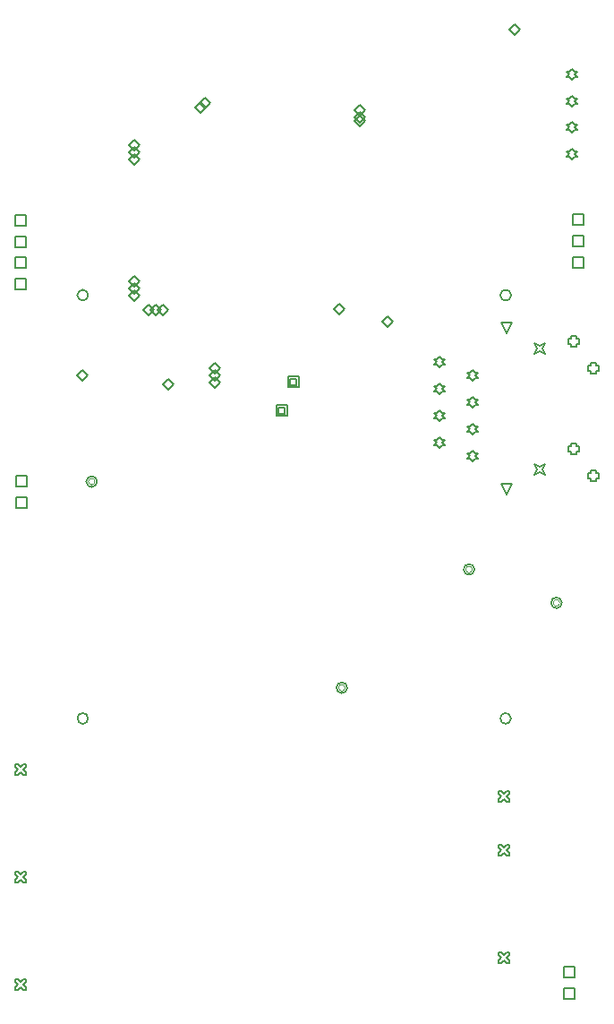
<source format=gbr>
%TF.GenerationSoftware,Altium Limited,Altium Designer,20.1.12 (249)*%
G04 Layer_Color=2752767*
%FSLAX45Y45*%
%MOMM*%
%TF.SameCoordinates,0418086A-757F-42B6-A3B9-695331E80F4B*%
%TF.FilePolarity,Positive*%
%TF.FileFunction,Drawing*%
%TF.Part,Single*%
G01*
G75*
%TA.AperFunction,NonConductor*%
%ADD138C,0.12700*%
%ADD139C,0.16933*%
%ADD140C,0.10160*%
D138*
X361701Y7454199D02*
Y7555799D01*
X463301D01*
Y7454199D01*
X361701D01*
Y7654199D02*
Y7755799D01*
X463301D01*
Y7654199D01*
X361701D01*
Y7254199D02*
Y7355799D01*
X463301D01*
Y7254199D01*
X361701D01*
Y7054200D02*
Y7155800D01*
X463301D01*
Y7054200D01*
X361701D01*
X5549199Y549199D02*
Y650799D01*
X5650799D01*
Y549199D01*
X5549199D01*
Y349199D02*
Y450799D01*
X5650799D01*
Y349199D01*
X5549199D01*
X5634203Y7661702D02*
Y7763302D01*
X5735803D01*
Y7661702D01*
X5634203D01*
Y7261697D02*
Y7363297D01*
X5735803D01*
Y7261697D01*
X5634203D01*
Y7461702D02*
Y7563302D01*
X5735803D01*
Y7461702D01*
X5634203D01*
X5005309Y6638600D02*
X4954509Y6740200D01*
X5056109D01*
X5005309Y6638600D01*
Y5114600D02*
X4954509Y5216200D01*
X5056109D01*
X5005309Y5114600D01*
X4687809Y5686100D02*
X4713209Y5711500D01*
X4738609D01*
X4713209Y5736900D01*
X4738609Y5762300D01*
X4713209D01*
X4687809Y5787700D01*
X4662409Y5762300D01*
X4637009D01*
X4662409Y5736900D01*
X4637009Y5711500D01*
X4662409D01*
X4687809Y5686100D01*
X4370309Y6067100D02*
X4395709Y6092500D01*
X4421109D01*
X4395709Y6117900D01*
X4421109Y6143300D01*
X4395709D01*
X4370309Y6168700D01*
X4344909Y6143300D01*
X4319509D01*
X4344909Y6117900D01*
X4319509Y6092500D01*
X4344909D01*
X4370309Y6067100D01*
X369199Y4989200D02*
Y5090800D01*
X470799D01*
Y4989200D01*
X369199D01*
Y5189200D02*
Y5290800D01*
X470799D01*
Y5189200D01*
X369199D01*
X5627502Y8534202D02*
X5652902Y8559602D01*
X5678302D01*
X5652902Y8585002D01*
X5678302Y8610402D01*
X5652902D01*
X5627502Y8635802D01*
X5602102Y8610402D01*
X5576702D01*
X5602102Y8585002D01*
X5576702Y8559602D01*
X5602102D01*
X5627502Y8534202D01*
Y8784199D02*
X5652902Y8809599D01*
X5678302D01*
X5652902Y8834999D01*
X5678302Y8860399D01*
X5652902D01*
X5627502Y8885799D01*
X5602102Y8860399D01*
X5576702D01*
X5602102Y8834999D01*
X5576702Y8809599D01*
X5602102D01*
X5627502Y8784199D01*
Y9034201D02*
X5652902Y9059601D01*
X5678302D01*
X5652902Y9085001D01*
X5678302Y9110401D01*
X5652902D01*
X5627502Y9135801D01*
X5602102Y9110401D01*
X5576702D01*
X5602102Y9085001D01*
X5576702Y9059601D01*
X5602102D01*
X5627502Y9034201D01*
Y8284200D02*
X5652902Y8309600D01*
X5678302D01*
X5652902Y8335000D01*
X5678302Y8360400D01*
X5652902D01*
X5627502Y8385800D01*
X5602102Y8360400D01*
X5576702D01*
X5602102Y8335000D01*
X5576702Y8309600D01*
X5602102D01*
X5627502Y8284200D01*
X4370309Y6321100D02*
X4395709Y6346500D01*
X4421109D01*
X4395709Y6371900D01*
X4421109Y6397300D01*
X4395709D01*
X4370309Y6422700D01*
X4344909Y6397300D01*
X4319509D01*
X4344909Y6371900D01*
X4319509Y6346500D01*
X4344909D01*
X4370309Y6321100D01*
X4687809Y5432100D02*
X4713209Y5457500D01*
X4738609D01*
X4713209Y5482900D01*
X4738609Y5508300D01*
X4713209D01*
X4687809Y5533700D01*
X4662409Y5508300D01*
X4637009D01*
X4662409Y5482900D01*
X4637009Y5457500D01*
X4662409D01*
X4687809Y5432100D01*
Y6194100D02*
X4713209Y6219500D01*
X4738609D01*
X4713209Y6244900D01*
X4738609Y6270300D01*
X4713209D01*
X4687809Y6295700D01*
X4662409Y6270300D01*
X4637009D01*
X4662409Y6244900D01*
X4637009Y6219500D01*
X4662409D01*
X4687809Y6194100D01*
X4370309Y5559100D02*
X4395709Y5584500D01*
X4421109D01*
X4395709Y5609900D01*
X4421109Y5635300D01*
X4395709D01*
X4370309Y5660700D01*
X4344909Y5635300D01*
X4319509D01*
X4344909Y5609900D01*
X4319509Y5584500D01*
X4344909D01*
X4370309Y5559100D01*
Y5813100D02*
X4395709Y5838500D01*
X4421109D01*
X4395709Y5863900D01*
X4421109Y5889300D01*
X4395709D01*
X4370309Y5914700D01*
X4344909Y5889300D01*
X4319509D01*
X4344909Y5863900D01*
X4319509Y5838500D01*
X4344909D01*
X4370309Y5813100D01*
X4687809Y5940100D02*
X4713209Y5965500D01*
X4738609D01*
X4713209Y5990900D01*
X4738609Y6016300D01*
X4713209D01*
X4687809Y6041700D01*
X4662409Y6016300D01*
X4637009D01*
X4662409Y5990900D01*
X4637009Y5965500D01*
X4662409D01*
X4687809Y5940100D01*
X5272009Y5305100D02*
X5297409Y5355900D01*
X5272009Y5406700D01*
X5322809Y5381300D01*
X5373609Y5406700D01*
X5348209Y5355900D01*
X5373609Y5305100D01*
X5322809Y5330500D01*
X5272009Y5305100D01*
Y6448100D02*
X5297409Y6498900D01*
X5272009Y6549700D01*
X5322809Y6524300D01*
X5373609Y6549700D01*
X5348209Y6498900D01*
X5373609Y6448100D01*
X5322809Y6473500D01*
X5272009Y6448100D01*
X5614909Y5521000D02*
Y5495600D01*
X5665709D01*
Y5521000D01*
X5691109D01*
Y5571800D01*
X5665709D01*
Y5597200D01*
X5614909D01*
Y5571800D01*
X5589509D01*
Y5521000D01*
X5614909D01*
Y6537000D02*
Y6511600D01*
X5665709D01*
Y6537000D01*
X5691109D01*
Y6587800D01*
X5665709D01*
Y6613200D01*
X5614909D01*
Y6587800D01*
X5589509D01*
Y6537000D01*
X5614909D01*
X5805409Y5267000D02*
Y5241600D01*
X5856209D01*
Y5267000D01*
X5881609D01*
Y5317800D01*
X5856209D01*
Y5343200D01*
X5805409D01*
Y5317800D01*
X5780009D01*
Y5267000D01*
X5805409D01*
Y6283000D02*
Y6257600D01*
X5856209D01*
Y6283000D01*
X5881609D01*
Y6333800D01*
X5856209D01*
Y6359200D01*
X5805409D01*
Y6333800D01*
X5780009D01*
Y6283000D01*
X5805409D01*
X363200Y2465202D02*
X388600D01*
X414000Y2490602D01*
X439400Y2465202D01*
X464800D01*
Y2490602D01*
X439400Y2516002D01*
X464800Y2541402D01*
Y2566802D01*
X439400D01*
X414000Y2541402D01*
X388600Y2566802D01*
X363200D01*
Y2541402D01*
X388600Y2516002D01*
X363200Y2490602D01*
Y2465202D01*
Y433202D02*
X388600D01*
X414000Y458602D01*
X439400Y433202D01*
X464800D01*
Y458602D01*
X439400Y484002D01*
X464800Y509402D01*
Y534802D01*
X439400D01*
X414000Y509402D01*
X388600Y534802D01*
X363200D01*
Y509402D01*
X388600Y484002D01*
X363200Y458602D01*
Y433202D01*
Y1449202D02*
X388600D01*
X414000Y1474602D01*
X439400Y1449202D01*
X464800D01*
Y1474602D01*
X439400Y1500002D01*
X464800Y1525402D01*
Y1550802D01*
X439400D01*
X414000Y1525402D01*
X388600Y1550802D01*
X363200D01*
Y1525402D01*
X388600Y1500002D01*
X363200Y1474602D01*
Y1449202D01*
X4935200Y687202D02*
X4960600D01*
X4986000Y712602D01*
X5011400Y687202D01*
X5036800D01*
Y712602D01*
X5011400Y738002D01*
X5036800Y763402D01*
Y788802D01*
X5011400D01*
X4986000Y763402D01*
X4960600Y788802D01*
X4935200D01*
Y763402D01*
X4960600Y738002D01*
X4935200Y712602D01*
Y687202D01*
Y2211202D02*
X4960600D01*
X4986000Y2236602D01*
X5011400Y2211202D01*
X5036800D01*
Y2236602D01*
X5011400Y2262002D01*
X5036800Y2287402D01*
Y2312802D01*
X5011400D01*
X4986000Y2287402D01*
X4960600Y2312802D01*
X4935200D01*
Y2287402D01*
X4960600Y2262002D01*
X4935200Y2236602D01*
Y2211202D01*
Y1703202D02*
X4960600D01*
X4986000Y1728602D01*
X5011400Y1703202D01*
X5036800D01*
Y1728602D01*
X5011400Y1754002D01*
X5036800Y1779402D01*
Y1804802D01*
X5011400D01*
X4986000Y1779402D01*
X4960600Y1804802D01*
X4935200D01*
Y1779402D01*
X4960600Y1754002D01*
X4935200Y1728602D01*
Y1703202D01*
X5036820Y9507220D02*
X5087620Y9558020D01*
X5138420Y9507220D01*
X5087620Y9456420D01*
X5036820Y9507220D01*
X949198Y6239998D02*
X999998Y6290798D01*
X1050798Y6239998D01*
X999998Y6189198D01*
X949198Y6239998D01*
X1439200Y8350001D02*
X1490000Y8400801D01*
X1540800Y8350001D01*
X1490000Y8299201D01*
X1439200Y8350001D01*
Y8417499D02*
X1490000Y8468299D01*
X1540800Y8417499D01*
X1490000Y8366699D01*
X1439200Y8417499D01*
X2106686Y8819987D02*
X2157486Y8870787D01*
X2208286Y8819987D01*
X2157486Y8769187D01*
X2106686Y8819987D01*
X3569198Y8647501D02*
X3619998Y8698301D01*
X3670798Y8647501D01*
X3619998Y8596701D01*
X3569198Y8647501D01*
X2201702Y6174999D02*
X2252502Y6225799D01*
X2303302Y6174999D01*
X2252502Y6124199D01*
X2201702Y6174999D01*
Y6310000D02*
X2252502Y6360800D01*
X2303302Y6310000D01*
X2252502Y6259200D01*
X2201702Y6310000D01*
Y6242502D02*
X2252502Y6293302D01*
X2303302Y6242502D01*
X2252502Y6191702D01*
X2201702Y6242502D01*
X1709202Y6857502D02*
X1760002Y6908302D01*
X1810802Y6857502D01*
X1760002Y6806702D01*
X1709202Y6857502D01*
X2939202Y6129198D02*
Y6230798D01*
X3040802D01*
Y6129198D01*
X2939202D01*
X2959522Y6149518D02*
Y6210478D01*
X3020482D01*
Y6149518D01*
X2959522D01*
X2829199Y5859201D02*
Y5960801D01*
X2930799D01*
Y5859201D01*
X2829199D01*
X2849519Y5879521D02*
Y5940481D01*
X2910479D01*
Y5879521D01*
X2849519D01*
X3379201Y6869999D02*
X3430001Y6920799D01*
X3480801Y6869999D01*
X3430001Y6819199D01*
X3379201Y6869999D01*
X1439200Y7127499D02*
X1490000Y7178299D01*
X1540800Y7127499D01*
X1490000Y7076699D01*
X1439200Y7127499D01*
Y7060001D02*
X1490000Y7110801D01*
X1540800Y7060001D01*
X1490000Y7009201D01*
X1439200Y7060001D01*
Y6992498D02*
X1490000Y7043298D01*
X1540800Y6992498D01*
X1490000Y6941698D01*
X1439200Y6992498D01*
Y8282498D02*
X1490000Y8333298D01*
X1540800Y8282498D01*
X1490000Y8231698D01*
X1439200Y8282498D01*
X3829202Y6749999D02*
X3880002Y6800799D01*
X3930802Y6749999D01*
X3880002Y6699199D01*
X3829202Y6749999D01*
X1574201Y6857502D02*
X1625001Y6908302D01*
X1675801Y6857502D01*
X1625001Y6806702D01*
X1574201Y6857502D01*
X1641699D02*
X1692499Y6908302D01*
X1743299Y6857502D01*
X1692499Y6806702D01*
X1641699Y6857502D01*
X3569198Y8745002D02*
X3619998Y8795802D01*
X3670798Y8745002D01*
X3619998Y8694202D01*
X3569198Y8745002D01*
Y8677499D02*
X3619998Y8728299D01*
X3670798Y8677499D01*
X3619998Y8626699D01*
X3569198Y8677499D01*
X2066701Y8777498D02*
X2117501Y8828298D01*
X2168301Y8777498D01*
X2117501Y8726698D01*
X2066701Y8777498D01*
X1754200Y6159998D02*
X1805000Y6210798D01*
X1855800Y6159998D01*
X1805000Y6109198D01*
X1754200Y6159998D01*
D139*
X5050800Y2999999D02*
G03*
X5050800Y2999999I-50800J0D01*
G01*
X1050798D02*
G03*
X1050798Y2999999I-50800J0D01*
G01*
X5050800Y7000001D02*
G03*
X5050800Y7000001I-50800J0D01*
G01*
X1050798D02*
G03*
X1050798Y7000001I-50800J0D01*
G01*
X1134684Y5238181D02*
G03*
X1134684Y5238181I-50800J0D01*
G01*
X4704679Y4408180D02*
G03*
X4704679Y4408180I-50800J0D01*
G01*
X3500801Y3290001D02*
G03*
X3500801Y3290001I-50800J0D01*
G01*
X5531297Y4092986D02*
G03*
X5531297Y4092986I-50800J0D01*
G01*
D140*
X1114364Y5238181D02*
G03*
X1114364Y5238181I-30480J0D01*
G01*
X4684359Y4408180D02*
G03*
X4684359Y4408180I-30480J0D01*
G01*
X3480481Y3290001D02*
G03*
X3480481Y3290001I-30480J0D01*
G01*
X5510977Y4092986D02*
G03*
X5510977Y4092986I-30480J0D01*
G01*
%TF.MD5,028341183e3010f427c8629f0ab562dd*%
M02*

</source>
